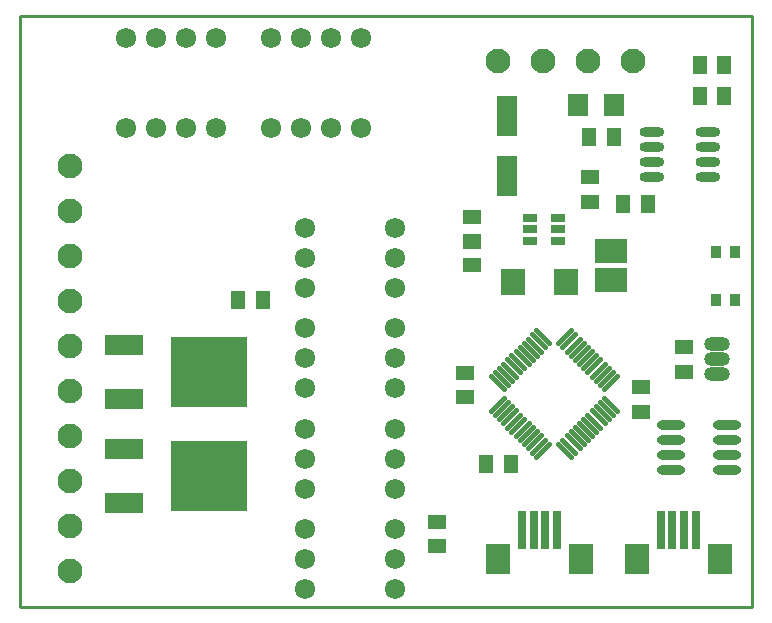
<source format=gts>
%FSLAX25Y25*%
%MOIN*%
G70*
G01*
G75*
G04 Layer_Color=8388736*
%ADD10R,0.07087X0.08268*%
%ADD11R,0.04331X0.05512*%
%ADD12R,0.10039X0.07677*%
%ADD13R,0.05512X0.04331*%
%ADD14R,0.04331X0.02362*%
%ADD15R,0.24410X0.22835*%
%ADD16R,0.11811X0.06299*%
G04:AMPARAMS|DCode=17|XSize=9.84mil|YSize=70.87mil|CornerRadius=0mil|HoleSize=0mil|Usage=FLASHONLY|Rotation=135.000|XOffset=0mil|YOffset=0mil|HoleType=Round|Shape=Round|*
%AMOVALD17*
21,1,0.06102,0.00984,0.00000,0.00000,225.0*
1,1,0.00984,0.02158,0.02158*
1,1,0.00984,-0.02158,-0.02158*
%
%ADD17OVALD17*%

G04:AMPARAMS|DCode=18|XSize=9.84mil|YSize=70.87mil|CornerRadius=0mil|HoleSize=0mil|Usage=FLASHONLY|Rotation=45.000|XOffset=0mil|YOffset=0mil|HoleType=Round|Shape=Round|*
%AMOVALD18*
21,1,0.06102,0.00984,0.00000,0.00000,135.0*
1,1,0.00984,0.02158,-0.02158*
1,1,0.00984,-0.02158,0.02158*
%
%ADD18OVALD18*%

%ADD19R,0.07087X0.09055*%
%ADD20R,0.02362X0.11811*%
%ADD21O,0.08661X0.02362*%
%ADD22R,0.02756X0.03150*%
%ADD23R,0.06000X0.07000*%
%ADD24R,0.06299X0.12598*%
%ADD25O,0.07480X0.02362*%
%ADD26C,0.00984*%
%ADD27C,0.01181*%
%ADD28C,0.01500*%
%ADD29C,0.01969*%
%ADD30C,0.01575*%
%ADD31C,0.07874*%
%ADD32C,0.00800*%
%ADD33C,0.05906*%
%ADD34C,0.03937*%
%ADD35C,0.01000*%
%ADD36C,0.07480*%
%ADD37C,0.06000*%
%ADD38O,0.07874X0.03937*%
%ADD39O,0.07874X0.03937*%
%ADD40C,0.02362*%
%ADD41R,0.07000X0.06000*%
G04:AMPARAMS|DCode=42|XSize=23.62mil|YSize=23.62mil|CornerRadius=1.18mil|HoleSize=0mil|Usage=FLASHONLY|Rotation=90.000|XOffset=0mil|YOffset=0mil|HoleType=Round|Shape=RoundedRectangle|*
%AMROUNDEDRECTD42*
21,1,0.02362,0.02126,0,0,90.0*
21,1,0.02126,0.02362,0,0,90.0*
1,1,0.00236,0.01063,0.01063*
1,1,0.00236,0.01063,-0.01063*
1,1,0.00236,-0.01063,-0.01063*
1,1,0.00236,-0.01063,0.01063*
%
%ADD42ROUNDEDRECTD42*%
%ADD43R,0.04600X0.04600*%
%ADD44R,0.07480X0.04331*%
%ADD45C,0.00827*%
%ADD46C,0.02362*%
%ADD47C,0.00787*%
%ADD48C,0.00591*%
%ADD49C,0.00394*%
%ADD50C,0.00669*%
%ADD51R,0.07874X0.09055*%
%ADD52R,0.05118X0.06299*%
%ADD53R,0.10827X0.08465*%
%ADD54R,0.06299X0.05118*%
%ADD55R,0.05118X0.03150*%
%ADD56R,0.25197X0.23622*%
%ADD57R,0.12598X0.07087*%
G04:AMPARAMS|DCode=58|XSize=17.72mil|YSize=78.74mil|CornerRadius=0mil|HoleSize=0mil|Usage=FLASHONLY|Rotation=135.000|XOffset=0mil|YOffset=0mil|HoleType=Round|Shape=Round|*
%AMOVALD58*
21,1,0.06102,0.01772,0.00000,0.00000,225.0*
1,1,0.01772,0.02158,0.02158*
1,1,0.01772,-0.02158,-0.02158*
%
%ADD58OVALD58*%

G04:AMPARAMS|DCode=59|XSize=17.72mil|YSize=78.74mil|CornerRadius=0mil|HoleSize=0mil|Usage=FLASHONLY|Rotation=45.000|XOffset=0mil|YOffset=0mil|HoleType=Round|Shape=Round|*
%AMOVALD59*
21,1,0.06102,0.01772,0.00000,0.00000,135.0*
1,1,0.01772,0.02158,-0.02158*
1,1,0.01772,-0.02158,0.02158*
%
%ADD59OVALD59*%

%ADD60R,0.07874X0.09843*%
%ADD61R,0.03150X0.12598*%
%ADD62O,0.09449X0.03150*%
%ADD63R,0.03543X0.03937*%
%ADD64R,0.06787X0.07787*%
%ADD65R,0.07087X0.13386*%
%ADD66O,0.08268X0.03150*%
%ADD67C,0.08268*%
%ADD68C,0.06787*%
%ADD69O,0.08661X0.04724*%
%ADD70O,0.08661X0.04724*%
D35*
X0Y0D02*
Y196850D01*
X244094D01*
Y0D02*
Y196850D01*
X0Y0D02*
X244094D01*
D51*
X182185Y108366D02*
D03*
X164469D02*
D03*
D52*
X234842Y180709D02*
D03*
X226575D02*
D03*
Y170079D02*
D03*
X234842D02*
D03*
X80905Y102362D02*
D03*
X72638D02*
D03*
X163583Y47638D02*
D03*
X155315D02*
D03*
X198031Y156496D02*
D03*
X189764D02*
D03*
X209350Y134154D02*
D03*
X201083D02*
D03*
D53*
X196949Y118602D02*
D03*
Y108760D02*
D03*
D54*
X189961Y143209D02*
D03*
Y134941D02*
D03*
X221457Y78248D02*
D03*
Y86516D02*
D03*
X139173Y28346D02*
D03*
Y20079D02*
D03*
X150787Y129921D02*
D03*
Y121654D02*
D03*
Y113780D02*
D03*
Y122047D02*
D03*
X148327Y69784D02*
D03*
Y78051D02*
D03*
X206890Y73228D02*
D03*
Y64961D02*
D03*
D55*
X170079Y129528D02*
D03*
Y125787D02*
D03*
Y122047D02*
D03*
X179528D02*
D03*
Y125787D02*
D03*
Y129528D02*
D03*
D56*
X62992Y43406D02*
D03*
X62992Y78248D02*
D03*
D57*
X34646Y34390D02*
D03*
Y52421D02*
D03*
Y69232D02*
D03*
Y87264D02*
D03*
D58*
X159219Y67247D02*
D03*
X160611Y65855D02*
D03*
X162003Y64463D02*
D03*
X163395Y63071D02*
D03*
X164787Y61679D02*
D03*
X166179Y60287D02*
D03*
X167571Y58895D02*
D03*
X168963Y57503D02*
D03*
X170355Y56112D02*
D03*
X171747Y54720D02*
D03*
X173139Y53328D02*
D03*
X174531Y51936D02*
D03*
X197080Y74485D02*
D03*
X195688Y75877D02*
D03*
X194296Y77269D02*
D03*
X192904Y78661D02*
D03*
X191512Y80053D02*
D03*
X190120Y81445D02*
D03*
X188728Y82837D02*
D03*
X187336Y84229D02*
D03*
X185944Y85621D02*
D03*
X184553Y87013D02*
D03*
X183161Y88405D02*
D03*
X181769Y89797D02*
D03*
D59*
Y51936D02*
D03*
X183161Y53328D02*
D03*
X184553Y54720D02*
D03*
X185944Y56112D02*
D03*
X187336Y57504D02*
D03*
X188728Y58895D02*
D03*
X190120Y60287D02*
D03*
X191512Y61679D02*
D03*
X192904Y63071D02*
D03*
X194296Y64463D02*
D03*
X195688Y65855D02*
D03*
X197080Y67247D02*
D03*
X174531Y89797D02*
D03*
X173139Y88405D02*
D03*
X171747Y87013D02*
D03*
X170355Y85621D02*
D03*
X168963Y84229D02*
D03*
X167571Y82837D02*
D03*
X166179Y81445D02*
D03*
X164787Y80053D02*
D03*
X163395Y78661D02*
D03*
X162003Y77269D02*
D03*
X160611Y75877D02*
D03*
X159219Y74485D02*
D03*
D60*
X159449Y15748D02*
D03*
X187008D02*
D03*
X205709D02*
D03*
X233268D02*
D03*
D61*
X179134Y25591D02*
D03*
X175197D02*
D03*
X171260D02*
D03*
X167323D02*
D03*
X225394D02*
D03*
X221457D02*
D03*
X217520D02*
D03*
X213583D02*
D03*
D62*
X235827Y45650D02*
D03*
Y50650D02*
D03*
Y55650D02*
D03*
Y60650D02*
D03*
X216929Y45650D02*
D03*
Y50650D02*
D03*
Y55650D02*
D03*
Y60650D02*
D03*
D63*
X238287Y102362D02*
D03*
X232185D02*
D03*
X238287Y118110D02*
D03*
X232185D02*
D03*
D64*
X185929Y167323D02*
D03*
X197929D02*
D03*
D65*
X162402Y163386D02*
D03*
Y143701D02*
D03*
D66*
X210827Y158288D02*
D03*
Y153287D02*
D03*
Y148287D02*
D03*
Y143288D02*
D03*
X229331Y158288D02*
D03*
Y153287D02*
D03*
Y148287D02*
D03*
Y143288D02*
D03*
D67*
X16732Y131811D02*
D03*
Y146811D02*
D03*
Y116811D02*
D03*
Y101811D02*
D03*
Y86811D02*
D03*
Y71811D02*
D03*
Y56811D02*
D03*
Y41811D02*
D03*
Y26811D02*
D03*
Y11811D02*
D03*
X204449Y181890D02*
D03*
X189449D02*
D03*
X174449D02*
D03*
X159449D02*
D03*
D68*
X83661Y159449D02*
D03*
X93661D02*
D03*
X103661D02*
D03*
X113661D02*
D03*
Y189449D02*
D03*
X103661D02*
D03*
X93661D02*
D03*
X83661D02*
D03*
X95000Y5906D02*
D03*
X95000Y15906D02*
D03*
Y25906D02*
D03*
X125000D02*
D03*
X125000Y15906D02*
D03*
Y5906D02*
D03*
X95000Y39370D02*
D03*
Y49370D02*
D03*
X95000Y59370D02*
D03*
X125000Y59370D02*
D03*
Y49370D02*
D03*
X125000Y39370D02*
D03*
X95000Y106299D02*
D03*
Y116299D02*
D03*
Y126299D02*
D03*
X125000Y126299D02*
D03*
X125000Y116299D02*
D03*
Y106299D02*
D03*
X95000Y72835D02*
D03*
Y82835D02*
D03*
X95000Y92835D02*
D03*
X125000Y92835D02*
D03*
X125000Y82835D02*
D03*
Y72835D02*
D03*
X35433Y159449D02*
D03*
X45433D02*
D03*
X55433D02*
D03*
X65433D02*
D03*
Y189449D02*
D03*
X55433D02*
D03*
X45433D02*
D03*
X35433D02*
D03*
D69*
X232283Y77677D02*
D03*
Y82677D02*
D03*
D70*
Y87677D02*
D03*
M02*

</source>
